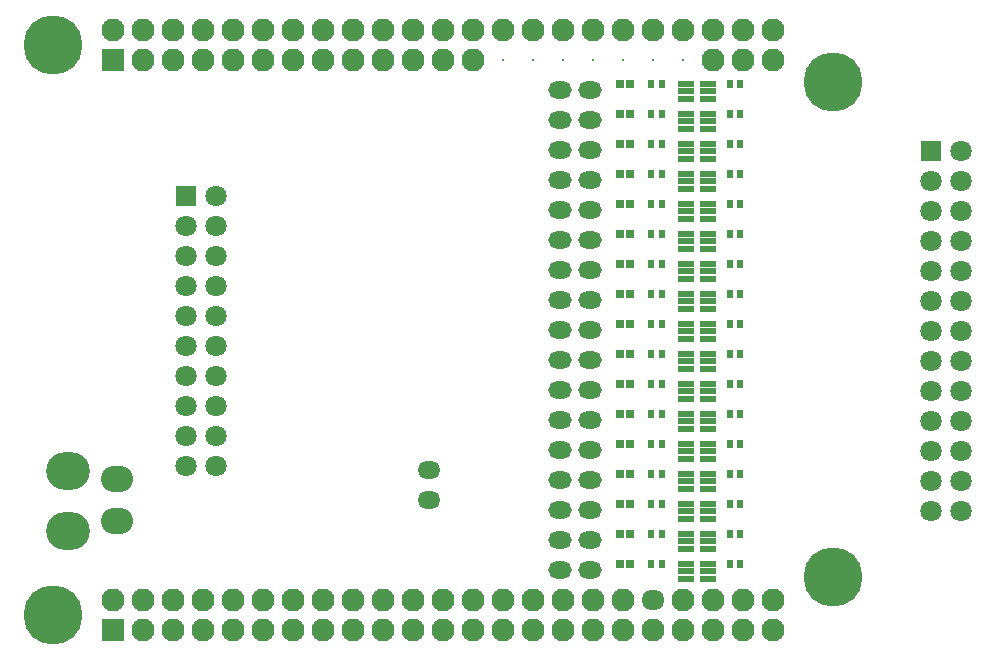
<source format=gbs>
G04*
G04 #@! TF.GenerationSoftware,Altium Limited,CircuitStudio,1.5.2 (30)*
G04*
G04 Layer_Color=8150272*
%FSLAX44Y44*%
%MOMM*%
G71*
G01*
G75*
%ADD45C,1.8032*%
%ADD46R,1.8032X1.8032*%
%ADD47O,3.7032X3.2032*%
%ADD48O,2.7032X2.2032*%
%ADD49O,1.9812X1.4732*%
%ADD50R,1.9532X1.9532*%
%ADD51C,1.9532*%
%ADD52O,1.9532X1.7032*%
%ADD53C,0.2032*%
%ADD54C,5.0033*%
%ADD55C,5.0032*%
%ADD56O,1.9304X1.4732*%
%ADD57R,0.7532X0.7532*%
%ADD58R,0.6232X0.7532*%
%ADD59R,1.4031X0.6032*%
D45*
X3300480Y1776730D02*
D03*
Y1802130D02*
D03*
Y1827530D02*
D03*
X3275080Y1776730D02*
D03*
Y1802130D02*
D03*
Y1827530D02*
D03*
X3300480Y2005330D02*
D03*
X3275080Y1979930D02*
D03*
X3300480D02*
D03*
X3275080Y1954530D02*
D03*
X3300480D02*
D03*
X3275080Y1929130D02*
D03*
X3300480D02*
D03*
X3275080Y1903730D02*
D03*
Y1878330D02*
D03*
X3300480Y1903730D02*
D03*
Y1878330D02*
D03*
X3275080Y1852930D02*
D03*
X3300480D02*
D03*
X3930480Y1738630D02*
D03*
Y1764030D02*
D03*
X3905080Y1738630D02*
D03*
Y1764030D02*
D03*
X3930480Y1891030D02*
D03*
X3905080D02*
D03*
X3930480Y1916430D02*
D03*
Y1941830D02*
D03*
X3905080Y1916430D02*
D03*
Y1941830D02*
D03*
X3930480Y1967230D02*
D03*
X3905080D02*
D03*
X3930480Y1992630D02*
D03*
X3905080D02*
D03*
X3930480Y2018030D02*
D03*
X3905080D02*
D03*
X3930480Y2043430D02*
D03*
X3905080Y1865630D02*
D03*
Y1840230D02*
D03*
X3930480Y1865630D02*
D03*
Y1840230D02*
D03*
X3905080Y1814830D02*
D03*
Y1789430D02*
D03*
X3930480Y1814830D02*
D03*
Y1789430D02*
D03*
D46*
X3275080Y2005330D02*
D03*
X3905080Y2043430D02*
D03*
D47*
X3174980Y1722180D02*
D03*
Y1772980D02*
D03*
D48*
X3215980Y1730580D02*
D03*
Y1765980D02*
D03*
D49*
X3591560Y2070100D02*
D03*
X3616960D02*
D03*
X3591560Y2044700D02*
D03*
X3616960D02*
D03*
X3591560Y2019300D02*
D03*
X3616960D02*
D03*
X3591560Y1993900D02*
D03*
X3616960D02*
D03*
X3591560Y1968500D02*
D03*
X3616960D02*
D03*
X3591560Y1943100D02*
D03*
X3616960D02*
D03*
X3591560Y1917700D02*
D03*
X3616960D02*
D03*
X3591560Y1892300D02*
D03*
X3616960D02*
D03*
X3591560Y1866900D02*
D03*
X3616960D02*
D03*
X3591560Y1841500D02*
D03*
X3616960D02*
D03*
X3591560Y1816100D02*
D03*
X3616960D02*
D03*
X3591560Y1790700D02*
D03*
X3616960D02*
D03*
X3591560Y1765300D02*
D03*
X3616960D02*
D03*
X3591560Y1739900D02*
D03*
X3616960D02*
D03*
X3591560Y1714500D02*
D03*
X3616960D02*
D03*
X3591560Y1689100D02*
D03*
X3616960D02*
D03*
X3591560Y2095500D02*
D03*
X3616960D02*
D03*
D50*
X3213100Y1638300D02*
D03*
Y2120900D02*
D03*
D51*
Y1663700D02*
D03*
X3238500Y1638300D02*
D03*
Y1663700D02*
D03*
X3263900Y1638300D02*
D03*
Y1663700D02*
D03*
X3289300Y1638300D02*
D03*
Y1663700D02*
D03*
X3314700Y1638300D02*
D03*
Y1663700D02*
D03*
X3340100Y1638300D02*
D03*
Y1663700D02*
D03*
X3365500Y1638300D02*
D03*
Y1663700D02*
D03*
X3390900Y1638300D02*
D03*
Y1663700D02*
D03*
X3416300Y1638300D02*
D03*
Y1663700D02*
D03*
X3441700Y1638300D02*
D03*
Y1663700D02*
D03*
X3467100Y1638300D02*
D03*
Y1663700D02*
D03*
X3492500Y1638300D02*
D03*
Y1663700D02*
D03*
X3517900Y1638300D02*
D03*
Y1663700D02*
D03*
X3543300Y1638300D02*
D03*
Y1663700D02*
D03*
X3568700Y1638300D02*
D03*
Y1663700D02*
D03*
X3594100Y1638300D02*
D03*
Y1663700D02*
D03*
X3619500Y1638300D02*
D03*
Y1663700D02*
D03*
X3644900Y1638300D02*
D03*
Y1663700D02*
D03*
X3670300Y1638300D02*
D03*
X3695700D02*
D03*
Y1663700D02*
D03*
X3721100Y1638300D02*
D03*
Y1663700D02*
D03*
X3746500Y1638300D02*
D03*
Y1663700D02*
D03*
X3771900Y1638300D02*
D03*
Y1663700D02*
D03*
Y2146300D02*
D03*
Y2120900D02*
D03*
X3746500Y2146300D02*
D03*
Y2120900D02*
D03*
X3721100Y2146300D02*
D03*
Y2120900D02*
D03*
X3695700Y2146300D02*
D03*
X3670300D02*
D03*
X3644900D02*
D03*
X3619500D02*
D03*
X3594100D02*
D03*
X3568700D02*
D03*
X3543300D02*
D03*
X3517900D02*
D03*
Y2120900D02*
D03*
X3492500Y2146300D02*
D03*
Y2120900D02*
D03*
X3467100Y2146300D02*
D03*
Y2120900D02*
D03*
X3441700Y2146300D02*
D03*
Y2120900D02*
D03*
X3416300Y2146300D02*
D03*
Y2120900D02*
D03*
X3390900Y2146300D02*
D03*
Y2120900D02*
D03*
X3365500Y2146300D02*
D03*
Y2120900D02*
D03*
X3340100Y2146300D02*
D03*
Y2120900D02*
D03*
X3314700Y2146300D02*
D03*
Y2120900D02*
D03*
X3289300Y2146300D02*
D03*
Y2120900D02*
D03*
X3263900Y2146300D02*
D03*
Y2120900D02*
D03*
X3238500Y2146300D02*
D03*
Y2120900D02*
D03*
X3213100Y2146300D02*
D03*
D52*
X3670300Y1663700D02*
D03*
D53*
X3695700Y2120900D02*
D03*
X3670300D02*
D03*
X3644900D02*
D03*
X3619500D02*
D03*
X3594100D02*
D03*
X3568700D02*
D03*
X3543300D02*
D03*
D54*
X3162300Y2133600D02*
D03*
Y1651000D02*
D03*
X3822700Y2101850D02*
D03*
D55*
Y1682750D02*
D03*
D56*
X3480080Y1748030D02*
D03*
Y1773430D02*
D03*
D57*
X3641980Y1694230D02*
D03*
X3650980D02*
D03*
X3641980Y1719630D02*
D03*
X3650980D02*
D03*
X3641980Y1745030D02*
D03*
X3650980D02*
D03*
X3641980Y1770430D02*
D03*
X3650980D02*
D03*
X3641980Y1795830D02*
D03*
X3650980D02*
D03*
X3641980Y1821230D02*
D03*
X3650980D02*
D03*
X3641980Y1846630D02*
D03*
X3650980D02*
D03*
X3641980Y1872030D02*
D03*
X3650980D02*
D03*
X3641980Y1897430D02*
D03*
X3650980D02*
D03*
X3641980Y1922830D02*
D03*
X3650980D02*
D03*
X3641980Y1948230D02*
D03*
X3650980D02*
D03*
X3641980Y1973630D02*
D03*
X3650980D02*
D03*
X3641980Y1999030D02*
D03*
X3650980D02*
D03*
X3641980Y2024430D02*
D03*
X3650980D02*
D03*
X3641980Y2049830D02*
D03*
X3650980D02*
D03*
X3641980Y2075230D02*
D03*
X3650980D02*
D03*
X3641980Y2100730D02*
D03*
X3650980D02*
D03*
D58*
X3734870Y2049780D02*
D03*
X3744070D02*
D03*
X3677480D02*
D03*
X3668280D02*
D03*
X3734870Y2024380D02*
D03*
X3744070D02*
D03*
X3677480D02*
D03*
X3668280D02*
D03*
X3734870Y1998980D02*
D03*
X3744070D02*
D03*
X3677480D02*
D03*
X3668280D02*
D03*
X3734870Y1973580D02*
D03*
X3744070D02*
D03*
X3677480D02*
D03*
X3668280D02*
D03*
X3734870Y1948180D02*
D03*
X3744070D02*
D03*
X3677480D02*
D03*
X3668280D02*
D03*
X3734870Y1922780D02*
D03*
X3744070D02*
D03*
X3677480D02*
D03*
X3668280D02*
D03*
X3734870Y1897380D02*
D03*
X3744070D02*
D03*
X3677480D02*
D03*
X3668280D02*
D03*
X3734870Y1871980D02*
D03*
X3744070D02*
D03*
X3677480D02*
D03*
X3668280D02*
D03*
X3734870Y1846580D02*
D03*
X3744070D02*
D03*
X3677480D02*
D03*
X3668280D02*
D03*
X3734870Y1821180D02*
D03*
X3744070D02*
D03*
X3677480D02*
D03*
X3668280D02*
D03*
X3734870Y1795780D02*
D03*
X3744070D02*
D03*
X3677480D02*
D03*
X3668280D02*
D03*
X3734870Y1770380D02*
D03*
X3744070D02*
D03*
X3677480D02*
D03*
X3668280D02*
D03*
X3734870Y1744980D02*
D03*
X3744070D02*
D03*
X3677480D02*
D03*
X3668280D02*
D03*
X3734870Y1719580D02*
D03*
X3744070D02*
D03*
X3677480D02*
D03*
X3668280D02*
D03*
X3734870Y1694180D02*
D03*
X3744070D02*
D03*
X3677480D02*
D03*
X3668280D02*
D03*
X3677480Y2075180D02*
D03*
X3668280D02*
D03*
X3677480Y2100580D02*
D03*
X3668280D02*
D03*
X3734870Y2075180D02*
D03*
X3744070D02*
D03*
X3734870Y2100580D02*
D03*
X3744070D02*
D03*
D59*
X3716630Y2049930D02*
D03*
Y2043430D02*
D03*
Y2036930D02*
D03*
X3697630D02*
D03*
Y2043430D02*
D03*
Y2049930D02*
D03*
X3716630Y2024530D02*
D03*
Y2018030D02*
D03*
Y2011530D02*
D03*
X3697630D02*
D03*
Y2018030D02*
D03*
Y2024530D02*
D03*
X3716630Y1999130D02*
D03*
Y1992630D02*
D03*
Y1986130D02*
D03*
X3697630D02*
D03*
Y1992630D02*
D03*
Y1999130D02*
D03*
X3716630Y1973730D02*
D03*
Y1967230D02*
D03*
Y1960730D02*
D03*
X3697630D02*
D03*
Y1967230D02*
D03*
Y1973730D02*
D03*
X3716630Y1948330D02*
D03*
Y1941830D02*
D03*
Y1935330D02*
D03*
X3697630D02*
D03*
Y1941830D02*
D03*
Y1948330D02*
D03*
X3716630Y1922930D02*
D03*
Y1916430D02*
D03*
Y1909930D02*
D03*
X3697630D02*
D03*
Y1916430D02*
D03*
Y1922930D02*
D03*
X3716630Y1897530D02*
D03*
Y1891030D02*
D03*
Y1884530D02*
D03*
X3697630D02*
D03*
Y1891030D02*
D03*
Y1897530D02*
D03*
X3716630Y1872130D02*
D03*
Y1865630D02*
D03*
Y1859130D02*
D03*
X3697630D02*
D03*
Y1865630D02*
D03*
Y1872130D02*
D03*
X3716630Y1846730D02*
D03*
Y1840230D02*
D03*
Y1833730D02*
D03*
X3697630D02*
D03*
Y1840230D02*
D03*
Y1846730D02*
D03*
X3716630Y1821330D02*
D03*
Y1814830D02*
D03*
Y1808330D02*
D03*
X3697630D02*
D03*
Y1814830D02*
D03*
Y1821330D02*
D03*
X3716630Y1795930D02*
D03*
Y1789430D02*
D03*
Y1782930D02*
D03*
X3697630D02*
D03*
Y1789430D02*
D03*
Y1795930D02*
D03*
X3716630Y1770530D02*
D03*
Y1764030D02*
D03*
Y1757530D02*
D03*
X3697630D02*
D03*
Y1764030D02*
D03*
Y1770530D02*
D03*
X3716630Y1745130D02*
D03*
Y1738630D02*
D03*
Y1732130D02*
D03*
X3697630D02*
D03*
Y1738630D02*
D03*
Y1745130D02*
D03*
X3716630Y1719730D02*
D03*
Y1713230D02*
D03*
Y1706730D02*
D03*
X3697630D02*
D03*
Y1713230D02*
D03*
Y1719730D02*
D03*
X3716630Y1694330D02*
D03*
Y1687830D02*
D03*
Y1681330D02*
D03*
X3697630D02*
D03*
Y1687830D02*
D03*
Y1694330D02*
D03*
X3716630Y2100730D02*
D03*
Y2094230D02*
D03*
Y2087730D02*
D03*
X3697630D02*
D03*
Y2094230D02*
D03*
Y2100730D02*
D03*
X3716630Y2075330D02*
D03*
Y2068830D02*
D03*
Y2062330D02*
D03*
X3697630D02*
D03*
Y2068830D02*
D03*
Y2075330D02*
D03*
M02*

</source>
